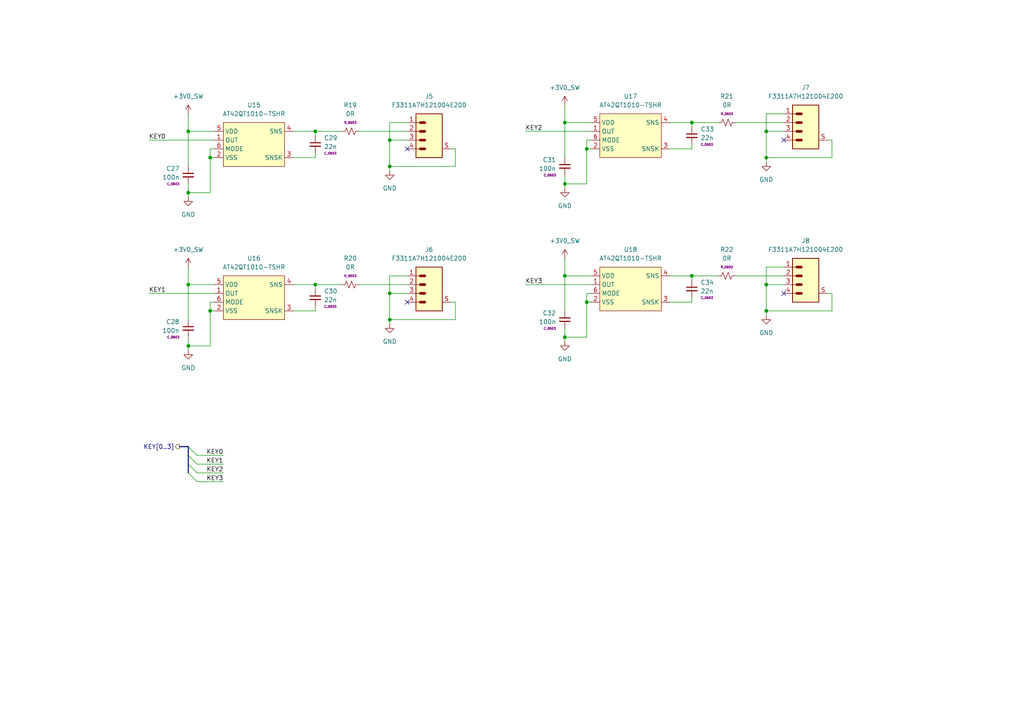
<source format=kicad_sch>
(kicad_sch (version 20250114) (generator "eeschema") (generator_version "9.0")
  (paper "A4")
  (title_block (title "Puzzlebox") (date "2025-12-27") (rev "v1.0") (company "TL Embedded Ltd"))
  (lib_symbols
    (symbol "C_Capacitor:C_0603" (pin_numbers (hide yes)) (pin_names (offset 1.016))
      (property "Reference" "C" (at 3.175 1.905 0))
      (property "Value" "100n" (at 5.08 0 0))
      (property "Size" "C_0603" (at 4.445 -1.905 0))
      (symbol "C_0603_1_1"
        (polyline (pts (xy -1.524 0.508) (xy 1.524 0.508)) (stroke (width 0.3048)))
        (polyline (pts (xy -1.524 -0.508) (xy 1.524 -0.508)) (stroke (width 0.3302)))
        (pin passive line (at 0 2.54 270) (length 2.032) (name "~") (number "1"))
        (pin passive line (at 0 -2.54 90) (length 2.032) (name "~") (number "2"))
      )
    )
    (symbol "J_Connector:F3311A7H121004E200" (pin_names (hide yes))
      (property "Reference" "J" (at -2.54 14.224 0))
      (property "Value" "F3311A7H121004E200" (at 0 -2.54 0))
      (symbol "F3311A7H121004E200_0_1"
        (rectangle (start -3.81 12.7) (end 3.81 0) (stroke (width 0.254)) (fill (type background)))
        (polyline (pts (xy -3.81 10.16) (xy -2.54 10.16)))
        (polyline (pts (xy -3.81 7.62) (xy -2.54 7.62)))
        (polyline (pts (xy -3.81 5.08) (xy -2.54 5.08)))
        (polyline (pts (xy -3.81 2.54) (xy -2.54 2.54)))
      )
      (symbol "F3311A7H121004E200_1_1"
        (polyline (pts (xy -2.54 10.16) (xy -1.27 10.16)) (stroke (width 0.768)))
        (polyline (pts (xy -2.54 7.62) (xy -1.27 7.62)) (stroke (width 0.768)))
        (polyline (pts (xy -2.54 5.08) (xy -1.27 5.08)) (stroke (width 0.768)))
        (polyline (pts (xy -2.54 2.54) (xy -1.27 2.54)) (stroke (width 0.768)))
        (pin passive line (at -6.35 10.16 0) (length 2.54) (name "1") (number "1"))
        (pin passive line (at -6.35 7.62 0) (length 2.54) (name "2") (number "2"))
        (pin passive line (at -6.35 5.08 0) (length 2.54) (name "3") (number "3"))
        (pin passive line (at -6.35 2.54 0) (length 2.54) (name "4") (number "4"))
        (pin passive line (at 6.35 2.54 180) (length 2.54) (name "S") (number "S"))
      )
    )
    (symbol "R_Resistor:R_0603" (pin_numbers (hide yes)) (pin_names (offset 1.016))
      (property "Reference" "R" (at 2.54 1.905 0))
      (property "Value" "10K" (at 3.81 0 0))
      (property "Size" "R_0603" (at 3.81 -1.905 0))
      (symbol "R_0603_1_1"
        (polyline (pts (xy 0 1.524) (xy 1.016 1.143) (xy 0 0.762) (xy -1.016 0.381) (xy 0 0)))
        (polyline (pts (xy 0 0) (xy 1.016 -0.381) (xy 0 -0.762) (xy -1.016 -1.143) (xy 0 -1.524)))
        (pin passive line (at 0 2.54 270) (length 1.016) (name "~") (number "1"))
        (pin passive line (at 0 -2.54 90) (length 1.016) (name "~") (number "2"))
      )
    )
    (symbol "U_Sensor:AT42QT1010-TSHR"
      (property "Reference" "U" (at 0 13.97 0))
      (property "Value" "AT42QT1010-TSHR" (at 0 -1.27 0))
      (symbol "AT42QT1010-TSHR_1_1"
        (rectangle (start -8.89 12.7) (end 8.89 0) (fill (type background)))
        (pin power_in line (at -11.43 10.16 0) (length 2.54) (name "VDD") (number "5"))
        (pin output line (at -11.43 7.62 0) (length 2.54) (name "OUT") (number "1"))
        (pin input line (at -11.43 5.08 0) (length 2.54) (name "MODE") (number "6"))
        (pin power_in line (at -11.43 2.54 0) (length 2.54) (name "VSS") (number "2"))
        (pin bidirectional line (at 11.43 10.16 180) (length 2.54) (name "SNS") (number "4"))
        (pin input line (at 11.43 2.54 180) (length 2.54) (name "SNSK") (number "3"))
      )
    )
    (symbol "power:GND" (power) (pin_numbers (hide yes)) (pin_names (offset 0) (hide yes))
      (property "Value" "GND" (at 0 -3.81 0))
      (symbol "GND_0_1"
        (polyline (pts (xy 0 0) (xy 0 -1.27) (xy 1.27 -1.27) (xy 0 -2.54) (xy -1.27 -1.27) (xy 0 -1.27)))
      )
      (symbol "GND_1_1"
        (pin power_in line (at 0 0 270) (length 0) (name "~") (number "1"))
      )
    )
    (symbol "power:VDD" (power) (pin_numbers (hide yes)) (pin_names (offset 0) (hide yes))
      (property "Value" "VDD" (at 0 3.556 0))
      (symbol "VDD_0_1"
        (polyline (pts (xy -0.762 1.27) (xy 0 2.54)))
        (polyline (pts (xy 0 2.54) (xy 0.762 1.27)))
        (polyline (pts (xy 0 0) (xy 0 2.54)))
      )
      (symbol "VDD_1_1"
        (pin power_in line (at 0 0 90) (length 0) (name "~") (number "1"))
      )
    )
  )
  (junction (at 54.61 55.88))
  (junction (at 54.61 82.55))
  (junction (at 222.25 90.17))
  (junction (at 170.18 43.18))
  (junction (at 60.96 45.72))
  (junction (at 113.03 85.09))
  (junction (at 222.25 82.55))
  (junction (at 163.83 97.79))
  (junction (at 170.18 87.63))
  (junction (at 60.96 90.17))
  (junction (at 163.83 80.01))
  (junction (at 163.83 35.56))
  (junction (at 91.44 38.1))
  (junction (at 113.03 92.71))
  (junction (at 200.66 80.01))
  (junction (at 200.66 35.56))
  (junction (at 113.03 40.64))
  (junction (at 91.44 82.55))
  (junction (at 54.61 38.1))
  (junction (at 222.25 45.72))
  (junction (at 113.03 48.26))
  (junction (at 222.25 38.1))
  (junction (at 163.83 53.34))
  (junction (at 54.61 100.33))
  (no_connect (at 118.11 87.63))
  (no_connect (at 227.33 40.64))
  (no_connect (at 227.33 85.09))
  (no_connect (at 118.11 43.18))
  (bus_entry (at 54.61 132.08) (size 2.54 2.54))
  (bus_entry (at 54.61 137.16) (size 2.54 2.54))
  (bus_entry (at 54.61 134.62) (size 2.54 2.54))
  (bus_entry (at 54.61 129.54) (size 2.54 2.54))
  (wire (pts (xy 170.18 87.63) (xy 170.18 97.79)))
  (wire (pts (xy 130.81 87.63) (xy 132.08 87.63)))
  (wire (pts (xy 60.96 43.18) (xy 60.96 45.72)))
  (wire (pts (xy 200.66 80.01) (xy 200.66 81.28)))
  (wire (pts (xy 194.31 80.01) (xy 200.66 80.01)))
  (wire (pts (xy 57.15 139.7) (xy 64.77 139.7)))
  (bus (pts (xy 54.61 134.62) (xy 54.61 137.16)))
  (wire (pts (xy 104.14 82.55) (xy 118.11 82.55)))
  (wire (pts (xy 57.15 132.08) (xy 64.77 132.08)))
  (wire (pts (xy 171.45 85.09) (xy 170.18 85.09)))
  (wire (pts (xy 241.3 90.17) (xy 222.25 90.17)))
  (bus (pts (xy 54.61 129.54) (xy 54.61 132.08)))
  (wire (pts (xy 222.25 33.02) (xy 222.25 38.1)))
  (wire (pts (xy 170.18 40.64) (xy 170.18 43.18)))
  (wire (pts (xy 57.15 134.62) (xy 64.77 134.62)))
  (wire (pts (xy 118.11 80.01) (xy 113.03 80.01)))
  (wire (pts (xy 240.03 40.64) (xy 241.3 40.64)))
  (wire (pts (xy 200.66 35.56) (xy 208.28 35.56)))
  (wire (pts (xy 132.08 87.63) (xy 132.08 92.71)))
  (wire (pts (xy 163.83 35.56) (xy 163.83 45.72)))
  (wire (pts (xy 241.3 45.72) (xy 222.25 45.72)))
  (wire (pts (xy 62.23 43.18) (xy 60.96 43.18)))
  (wire (pts (xy 222.25 90.17) (xy 222.25 91.44)))
  (wire (pts (xy 130.81 43.18) (xy 132.08 43.18)))
  (wire (pts (xy 113.03 35.56) (xy 113.03 40.64)))
  (wire (pts (xy 194.31 35.56) (xy 200.66 35.56)))
  (wire (pts (xy 60.96 87.63) (xy 60.96 90.17)))
  (wire (pts (xy 222.25 82.55) (xy 222.25 90.17)))
  (wire (pts (xy 163.83 80.01) (xy 163.83 90.17)))
  (wire (pts (xy 60.96 45.72) (xy 60.96 55.88)))
  (wire (pts (xy 241.3 40.64) (xy 241.3 45.72)))
  (wire (pts (xy 152.4 82.55) (xy 171.45 82.55)))
  (wire (pts (xy 200.66 86.36) (xy 200.66 87.63)))
  (wire (pts (xy 57.15 137.16) (xy 64.77 137.16)))
  (bus (pts (xy 52.07 129.54) (xy 54.61 129.54)))
  (wire (pts (xy 163.83 97.79) (xy 163.83 99.06)))
  (wire (pts (xy 170.18 85.09) (xy 170.18 87.63)))
  (wire (pts (xy 91.44 90.17) (xy 85.09 90.17)))
  (wire (pts (xy 54.61 38.1) (xy 54.61 48.26)))
  (wire (pts (xy 222.25 38.1) (xy 227.33 38.1)))
  (wire (pts (xy 54.61 100.33) (xy 54.61 101.6)))
  (wire (pts (xy 60.96 90.17) (xy 60.96 100.33)))
  (bus (pts (xy 54.61 132.08) (xy 54.61 134.62)))
  (wire (pts (xy 152.4 38.1) (xy 171.45 38.1)))
  (wire (pts (xy 113.03 80.01) (xy 113.03 85.09)))
  (wire (pts (xy 163.83 80.01) (xy 163.83 74.93)))
  (wire (pts (xy 54.61 38.1) (xy 54.61 33.02)))
  (wire (pts (xy 91.44 82.55) (xy 91.44 83.82)))
  (wire (pts (xy 62.23 87.63) (xy 60.96 87.63)))
  (wire (pts (xy 200.66 35.56) (xy 200.66 36.83)))
  (wire (pts (xy 54.61 100.33) (xy 60.96 100.33)))
  (wire (pts (xy 54.61 97.79) (xy 54.61 100.33)))
  (wire (pts (xy 91.44 82.55) (xy 99.06 82.55)))
  (wire (pts (xy 200.66 87.63) (xy 194.31 87.63)))
  (wire (pts (xy 62.23 38.1) (xy 54.61 38.1)))
  (wire (pts (xy 163.83 50.8) (xy 163.83 53.34)))
  (wire (pts (xy 213.36 35.56) (xy 227.33 35.56)))
  (wire (pts (xy 113.03 85.09) (xy 118.11 85.09)))
  (wire (pts (xy 91.44 38.1) (xy 99.06 38.1)))
  (wire (pts (xy 171.45 87.63) (xy 170.18 87.63)))
  (wire (pts (xy 54.61 82.55) (xy 54.61 92.71)))
  (wire (pts (xy 62.23 82.55) (xy 54.61 82.55)))
  (wire (pts (xy 222.25 38.1) (xy 222.25 45.72)))
  (wire (pts (xy 227.33 77.47) (xy 222.25 77.47)))
  (wire (pts (xy 170.18 43.18) (xy 170.18 53.34)))
  (wire (pts (xy 113.03 92.71) (xy 113.03 93.98)))
  (wire (pts (xy 113.03 48.26) (xy 113.03 49.53)))
  (wire (pts (xy 163.83 35.56) (xy 163.83 30.48)))
  (wire (pts (xy 163.83 53.34) (xy 170.18 53.34)))
  (wire (pts (xy 91.44 44.45) (xy 91.44 45.72)))
  (wire (pts (xy 54.61 53.34) (xy 54.61 55.88)))
  (wire (pts (xy 113.03 85.09) (xy 113.03 92.71)))
  (wire (pts (xy 132.08 43.18) (xy 132.08 48.26)))
  (wire (pts (xy 85.09 38.1) (xy 91.44 38.1)))
  (wire (pts (xy 85.09 82.55) (xy 91.44 82.55)))
  (wire (pts (xy 163.83 53.34) (xy 163.83 54.61)))
  (wire (pts (xy 240.03 85.09) (xy 241.3 85.09)))
  (wire (pts (xy 222.25 82.55) (xy 227.33 82.55)))
  (wire (pts (xy 113.03 40.64) (xy 113.03 48.26)))
  (wire (pts (xy 54.61 82.55) (xy 54.61 77.47)))
  (wire (pts (xy 43.18 85.09) (xy 62.23 85.09)))
  (wire (pts (xy 113.03 40.64) (xy 118.11 40.64)))
  (wire (pts (xy 163.83 95.25) (xy 163.83 97.79)))
  (wire (pts (xy 241.3 85.09) (xy 241.3 90.17)))
  (wire (pts (xy 222.25 77.47) (xy 222.25 82.55)))
  (wire (pts (xy 222.25 45.72) (xy 222.25 46.99)))
  (wire (pts (xy 163.83 97.79) (xy 170.18 97.79)))
  (wire (pts (xy 200.66 43.18) (xy 194.31 43.18)))
  (wire (pts (xy 62.23 90.17) (xy 60.96 90.17)))
  (wire (pts (xy 54.61 55.88) (xy 60.96 55.88)))
  (wire (pts (xy 200.66 41.91) (xy 200.66 43.18)))
  (wire (pts (xy 200.66 80.01) (xy 208.28 80.01)))
  (wire (pts (xy 132.08 48.26) (xy 113.03 48.26)))
  (wire (pts (xy 62.23 45.72) (xy 60.96 45.72)))
  (wire (pts (xy 171.45 43.18) (xy 170.18 43.18)))
  (wire (pts (xy 171.45 80.01) (xy 163.83 80.01)))
  (wire (pts (xy 132.08 92.71) (xy 113.03 92.71)))
  (wire (pts (xy 54.61 55.88) (xy 54.61 57.15)))
  (wire (pts (xy 227.33 33.02) (xy 222.25 33.02)))
  (wire (pts (xy 104.14 38.1) (xy 118.11 38.1)))
  (wire (pts (xy 171.45 40.64) (xy 170.18 40.64)))
  (wire (pts (xy 213.36 80.01) (xy 227.33 80.01)))
  (wire (pts (xy 91.44 45.72) (xy 85.09 45.72)))
  (wire (pts (xy 118.11 35.56) (xy 113.03 35.56)))
  (wire (pts (xy 91.44 38.1) (xy 91.44 39.37)))
  (wire (pts (xy 91.44 88.9) (xy 91.44 90.17)))
  (wire (pts (xy 171.45 35.56) (xy 163.83 35.56)))
  (wire (pts (xy 43.18 40.64) (xy 62.23 40.64)))
  (label "KEY1" (at 43.18 85.09 0))
  (label "KEY1" (at 64.77 134.62 180))
  (label "KEY3" (at 64.77 139.7 180))
  (label "KEY0" (at 64.77 132.08 180))
  (label "KEY0" (at 43.18 40.64 0))
  (label "KEY2" (at 152.4 38.1 0))
  (label "KEY3" (at 152.4 82.55 0))
  (label "KEY2" (at 64.77 137.16 180))
  (hierarchical_label "KEY[0..3]" (shape output) (at 52.07 129.54 180))
  (symbol (lib_id "power:GND") (at 113.03 49.53 0) (unit 1)
    (property "Reference" "#PWR059" (effects (hide yes)))
    (property "Value" "GND" (at 113.03 54.61 0))
    (property "Description" "Power symbol creates a global label with name \"GND\" , ground" (effects (hide yes)))
  )
  (symbol (lib_id "U_Sensor:AT42QT1010-TSHR") (at 73.66 92.71 0) (unit 1)
    (property "Reference" "U16" (at 73.66 74.93 0))
    (property "Value" "AT42QT1010-TSHR" (at 73.66 77.47 0))
    (property "Footprint" "U_IC:SOT23_6" (effects (hide yes)))
    (property "Datasheet" "https://ww1.microchip.com/downloads/en/DeviceDoc/40001946A.pdf" (effects (hide yes)))
    (property "Description" "IC TOUCH SENSOR 1KEY SOT23-6" (effects (hide yes)))
  )
  (symbol (lib_id "power:VDD") (at 163.83 30.48 0) (unit 1)
    (property "Reference" "#PWR061" (effects (hide yes)))
    (property "Value" "+3V0_SW" (at 163.83 25.4 0))
    (property "Description" "Power symbol creates a global label with name \"+3V0_SW\"" (effects (hide yes)))
  )
  (symbol (lib_id "U_Sensor:AT42QT1010-TSHR") (at 182.88 90.17 0) (unit 1)
    (property "Reference" "U18" (at 182.88 72.39 0))
    (property "Value" "AT42QT1010-TSHR" (at 182.88 74.93 0))
    (property "Footprint" "U_IC:SOT23_6" (effects (hide yes)))
    (property "Datasheet" "https://ww1.microchip.com/downloads/en/DeviceDoc/40001946A.pdf" (effects (hide yes)))
    (property "Description" "IC TOUCH SENSOR 1KEY SOT23-6" (effects (hide yes)))
  )
  (symbol (lib_id "C_Capacitor:C_0603") (at 163.83 48.26 0) (unit 1)
    (property "Reference" "C31" (at 161.29 46.3612 0) (effects (justify right)))
    (property "Value" "100n" (at 161.29 48.9012 0) (effects (justify right)))
    (property "Footprint" "C_Capacitor:C_0603" (effects (hide yes)))
    (property "Size" "C_0603" (at 161.29 50.8063 0) (effects (font (size 0.635 0.635)) (justify right)))
  )
  (symbol (lib_id "J_Connector:F3311A7H121004E200") (at 233.68 43.18 0) (unit 1)
    (property "Reference" "J7" (at 233.68 25.4 0))
    (property "Value" "F3311A7H121004E200" (at 233.68 27.94 0))
    (property "Footprint" "J_Connector:F3311A7H121004E200" (effects (hide yes)))
    (property "Datasheet" "https://cdn.amphenol-cs.com/media/wysiwyg/files/drawing/f331.pdf" (effects (hide yes)))
    (property "Description" "CONN FFC FPC 4POS 0.5MM R/A" (effects (hide yes)))
  )
  (symbol (lib_id "C_Capacitor:C_0603") (at 200.66 39.37 0) (unit 1)
    (property "Reference" "C33" (at 203.2 37.4712 0) (effects (justify left)))
    (property "Value" "22n" (at 203.2 40.0112 0) (effects (justify left)))
    (property "Footprint" "C_Capacitor:C_0603" (effects (hide yes)))
    (property "Size" "C_0603" (at 203.2 41.9163 0) (effects (font (size 0.635 0.635)) (justify left)))
  )
  (symbol (lib_id "power:GND") (at 222.25 91.44 0) (unit 1)
    (property "Reference" "#PWR066" (effects (hide yes)))
    (property "Value" "GND" (at 222.25 96.52 0))
    (property "Description" "Power symbol creates a global label with name \"GND\" , ground" (effects (hide yes)))
  )
  (symbol (lib_id "C_Capacitor:C_0603") (at 54.61 50.8 0) (unit 1)
    (property "Reference" "C27" (at 52.07 48.9012 0) (effects (justify right)))
    (property "Value" "100n" (at 52.07 51.4412 0) (effects (justify right)))
    (property "Footprint" "C_Capacitor:C_0603" (effects (hide yes)))
    (property "Size" "C_0603" (at 52.07 53.3463 0) (effects (font (size 0.635 0.635)) (justify right)))
  )
  (symbol (lib_id "C_Capacitor:C_0603") (at 200.66 83.82 0) (unit 1)
    (property "Reference" "C34" (at 203.2 81.9212 0) (effects (justify left)))
    (property "Value" "22n" (at 203.2 84.4612 0) (effects (justify left)))
    (property "Footprint" "C_Capacitor:C_0603" (effects (hide yes)))
    (property "Size" "C_0603" (at 203.2 86.3663 0) (effects (font (size 0.635 0.635)) (justify left)))
  )
  (symbol (lib_id "power:VDD") (at 54.61 33.02 0) (unit 1)
    (property "Reference" "#PWR055" (effects (hide yes)))
    (property "Value" "+3V0_SW" (at 54.61 27.94 0))
    (property "Description" "Power symbol creates a global label with name \"+3V0_SW\"" (effects (hide yes)))
  )
  (symbol (lib_id "power:GND") (at 54.61 57.15 0) (unit 1)
    (property "Reference" "#PWR056" (effects (hide yes)))
    (property "Value" "GND" (at 54.61 62.23 0))
    (property "Description" "Power symbol creates a global label with name \"GND\" , ground" (effects (hide yes)))
  )
  (symbol (lib_id "C_Capacitor:C_0603") (at 54.61 95.25 0) (unit 1)
    (property "Reference" "C28" (at 52.07 93.3512 0) (effects (justify right)))
    (property "Value" "100n" (at 52.07 95.8912 0) (effects (justify right)))
    (property "Footprint" "C_Capacitor:C_0603" (effects (hide yes)))
    (property "Size" "C_0603" (at 52.07 97.7963 0) (effects (font (size 0.635 0.635)) (justify right)))
  )
  (symbol (lib_id "C_Capacitor:C_0603") (at 163.83 92.71 0) (unit 1)
    (property "Reference" "C32" (at 161.29 90.8112 0) (effects (justify right)))
    (property "Value" "100n" (at 161.29 93.3512 0) (effects (justify right)))
    (property "Footprint" "C_Capacitor:C_0603" (effects (hide yes)))
    (property "Size" "C_0603" (at 161.29 95.2563 0) (effects (font (size 0.635 0.635)) (justify right)))
  )
  (symbol (lib_id "power:VDD") (at 163.83 74.93 0) (unit 1)
    (property "Reference" "#PWR063" (effects (hide yes)))
    (property "Value" "+3V0_SW" (at 163.83 69.85 0))
    (property "Description" "Power symbol creates a global label with name \"+3V0_SW\"" (effects (hide yes)))
  )
  (symbol (lib_id "power:GND") (at 113.03 93.98 0) (unit 1)
    (property "Reference" "#PWR060" (effects (hide yes)))
    (property "Value" "GND" (at 113.03 99.06 0))
    (property "Description" "Power symbol creates a global label with name \"GND\" , ground" (effects (hide yes)))
  )
  (symbol (lib_id "U_Sensor:AT42QT1010-TSHR") (at 73.66 48.26 0) (unit 1)
    (property "Reference" "U15" (at 73.66 30.48 0))
    (property "Value" "AT42QT1010-TSHR" (at 73.66 33.02 0))
    (property "Footprint" "U_IC:SOT23_6" (effects (hide yes)))
    (property "Datasheet" "https://ww1.microchip.com/downloads/en/DeviceDoc/40001946A.pdf" (effects (hide yes)))
    (property "Description" "IC TOUCH SENSOR 1KEY SOT23-6" (effects (hide yes)))
  )
  (symbol (lib_id "C_Capacitor:C_0603") (at 91.44 86.36 0) (unit 1)
    (property "Reference" "C30" (at 93.98 84.4612 0) (effects (justify left)))
    (property "Value" "22n" (at 93.98 87.0012 0) (effects (justify left)))
    (property "Footprint" "C_Capacitor:C_0603" (effects (hide yes)))
    (property "Size" "C_0603" (at 93.98 88.9063 0) (effects (font (size 0.635 0.635)) (justify left)))
  )
  (symbol (lib_id "power:GND") (at 54.61 101.6 0) (unit 1)
    (property "Reference" "#PWR058" (effects (hide yes)))
    (property "Value" "GND" (at 54.61 106.68 0))
    (property "Description" "Power symbol creates a global label with name \"GND\" , ground" (effects (hide yes)))
  )
  (symbol (lib_id "R_Resistor:R_0603") (at 101.6 38.1 90) (unit 1)
    (property "Reference" "R19" (at 101.6 30.48 90))
    (property "Value" "0R" (at 101.6 33.02 90))
    (property "Footprint" "R_Resistor:R_0603" (effects (hide yes)))
    (property "Size" "R_0603" (at 101.6 35.56 90) (effects (font (size 0.635 0.635))))
  )
  (symbol (lib_id "power:VDD") (at 54.61 77.47 0) (unit 1)
    (property "Reference" "#PWR057" (effects (hide yes)))
    (property "Value" "+3V0_SW" (at 54.61 72.39 0))
    (property "Description" "Power symbol creates a global label with name \"+3V0_SW\"" (effects (hide yes)))
  )
  (symbol (lib_id "power:GND") (at 163.83 99.06 0) (unit 1)
    (property "Reference" "#PWR064" (effects (hide yes)))
    (property "Value" "GND" (at 163.83 104.14 0))
    (property "Description" "Power symbol creates a global label with name \"GND\" , ground" (effects (hide yes)))
  )
  (symbol (lib_id "power:GND") (at 163.83 54.61 0) (unit 1)
    (property "Reference" "#PWR062" (effects (hide yes)))
    (property "Value" "GND" (at 163.83 59.69 0))
    (property "Description" "Power symbol creates a global label with name \"GND\" , ground" (effects (hide yes)))
  )
  (symbol (lib_id "power:GND") (at 222.25 46.99 0) (unit 1)
    (property "Reference" "#PWR065" (effects (hide yes)))
    (property "Value" "GND" (at 222.25 52.07 0))
    (property "Description" "Power symbol creates a global label with name \"GND\" , ground" (effects (hide yes)))
  )
  (symbol (lib_id "J_Connector:F3311A7H121004E200") (at 124.46 90.17 0) (unit 1)
    (property "Reference" "J6" (at 124.46 72.39 0))
    (property "Value" "F3311A7H121004E200" (at 124.46 74.93 0))
    (property "Footprint" "J_Connector:F3311A7H121004E200" (effects (hide yes)))
    (property "Datasheet" "https://cdn.amphenol-cs.com/media/wysiwyg/files/drawing/f331.pdf" (effects (hide yes)))
    (property "Description" "CONN FFC FPC 4POS 0.5MM R/A" (effects (hide yes)))
  )
  (symbol (lib_id "J_Connector:F3311A7H121004E200") (at 233.68 87.63 0) (unit 1)
    (property "Reference" "J8" (at 233.68 69.85 0))
    (property "Value" "F3311A7H121004E200" (at 233.68 72.39 0))
    (property "Footprint" "J_Connector:F3311A7H121004E200" (effects (hide yes)))
    (property "Datasheet" "https://cdn.amphenol-cs.com/media/wysiwyg/files/drawing/f331.pdf" (effects (hide yes)))
    (property "Description" "CONN FFC FPC 4POS 0.5MM R/A" (effects (hide yes)))
  )
  (symbol (lib_id "R_Resistor:R_0603") (at 101.6 82.55 90) (unit 1)
    (property "Reference" "R20" (at 101.6 74.93 90))
    (property "Value" "0R" (at 101.6 77.47 90))
    (property "Footprint" "R_Resistor:R_0603" (effects (hide yes)))
    (property "Size" "R_0603" (at 101.6 80.01 90) (effects (font (size 0.635 0.635))))
  )
  (symbol (lib_id "R_Resistor:R_0603") (at 210.82 35.56 90) (unit 1)
    (property "Reference" "R21" (at 210.82 27.94 90))
    (property "Value" "0R" (at 210.82 30.48 90))
    (property "Footprint" "R_Resistor:R_0603" (effects (hide yes)))
    (property "Size" "R_0603" (at 210.82 33.02 90) (effects (font (size 0.635 0.635))))
  )
  (symbol (lib_id "U_Sensor:AT42QT1010-TSHR") (at 182.88 45.72 0) (unit 1)
    (property "Reference" "U17" (at 182.88 27.94 0))
    (property "Value" "AT42QT1010-TSHR" (at 182.88 30.48 0))
    (property "Footprint" "U_IC:SOT23_6" (effects (hide yes)))
    (property "Datasheet" "https://ww1.microchip.com/downloads/en/DeviceDoc/40001946A.pdf" (effects (hide yes)))
    (property "Description" "IC TOUCH SENSOR 1KEY SOT23-6" (effects (hide yes)))
  )
  (symbol (lib_id "J_Connector:F3311A7H121004E200") (at 124.46 45.72 0) (unit 1)
    (property "Reference" "J5" (at 124.46 27.94 0))
    (property "Value" "F3311A7H121004E200" (at 124.46 30.48 0))
    (property "Footprint" "J_Connector:F3311A7H121004E200" (effects (hide yes)))
    (property "Datasheet" "https://cdn.amphenol-cs.com/media/wysiwyg/files/drawing/f331.pdf" (effects (hide yes)))
    (property "Description" "CONN FFC FPC 4POS 0.5MM R/A" (effects (hide yes)))
  )
  (symbol (lib_id "R_Resistor:R_0603") (at 210.82 80.01 90) (unit 1)
    (property "Reference" "R22" (at 210.82 72.39 90))
    (property "Value" "0R" (at 210.82 74.93 90))
    (property "Footprint" "R_Resistor:R_0603" (effects (hide yes)))
    (property "Size" "R_0603" (at 210.82 77.47 90) (effects (font (size 0.635 0.635))))
  )
  (symbol (lib_id "C_Capacitor:C_0603") (at 91.44 41.91 0) (unit 1)
    (property "Reference" "C29" (at 93.98 40.0112 0) (effects (justify left)))
    (property "Value" "22n" (at 93.98 42.5512 0) (effects (justify left)))
    (property "Footprint" "C_Capacitor:C_0603" (effects (hide yes)))
    (property "Size" "C_0603" (at 93.98 44.4563 0) (effects (font (size 0.635 0.635)) (justify left)))
  )
)
</source>
